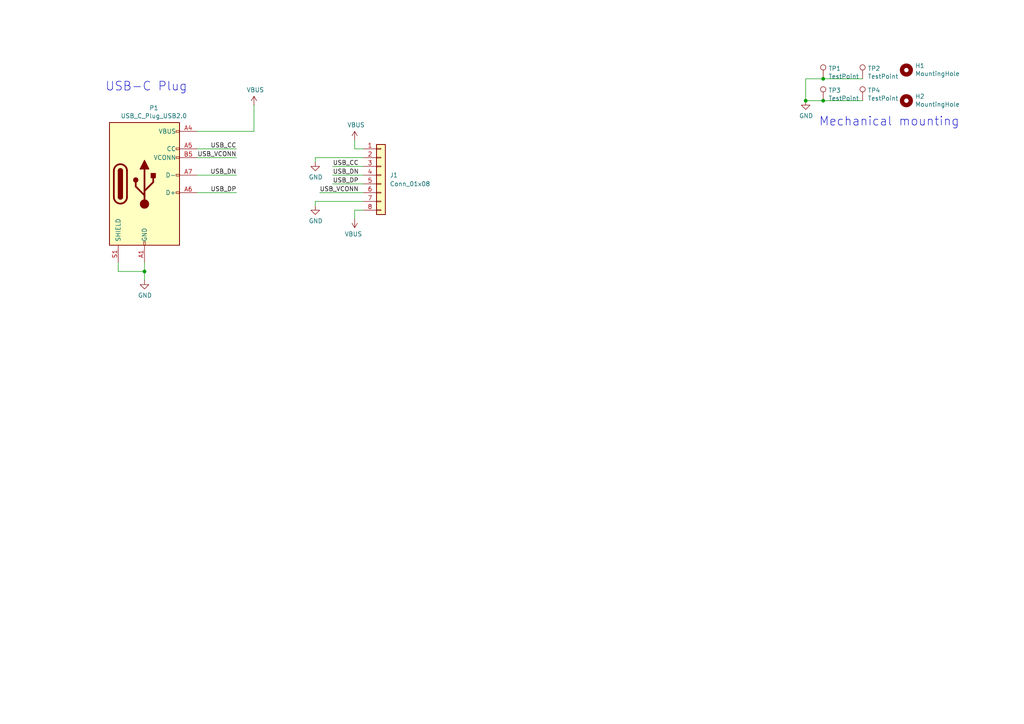
<source format=kicad_sch>
(kicad_sch (version 20250114) (generator "eeschema") (generator_version "9.0")
  (paper "A4")
  (title_block (title "Expansion Card Template") (date "2020-12-12") (rev "X1") (company "Framework") (comment 1 "This work is licensed under a Creative Commons Attribution 4.0 International License") (comment 4 "https://frame.work"))
  (lib_symbols
    (symbol "Connector:TestPoint" (pin_numbers (hide yes)) (pin_names (offset 0.762) (hide yes))
      (property "Reference" "TP" (at 0 6.858 0))
      (property "Value" "TestPoint" (at 0 5.08 0))
      (symbol "TestPoint_0_1"
        (circle (center 0 3.302) (radius 0.762))
      )
      (symbol "TestPoint_1_1"
        (pin passive line (at 0 0 90) (length 2.54) (name "1") (number "1"))
      )
    )
    (symbol "Connector:USB_C_Plug_USB2.0" (pin_names (offset 1.016))
      (property "Reference" "P" (at -10.16 19.05 0))
      (property "Value" "USB_C_Plug_USB2.0" (at 12.7 19.05 0))
      (symbol "USB_C_Plug_USB2.0_0_0"
        (rectangle (start -0.254 -17.78) (end 0.254 -16.764))
        (rectangle (start 10.16 15.494) (end 9.144 14.986))
        (rectangle (start 10.16 10.414) (end 9.144 9.906))
        (rectangle (start 10.16 7.874) (end 9.144 7.366))
        (rectangle (start 10.16 2.794) (end 9.144 2.286))
        (rectangle (start 10.16 -2.286) (end 9.144 -2.794))
      )
      (symbol "USB_C_Plug_USB2.0_0_1"
        (rectangle (start -10.16 17.78) (end 10.16 -17.78) (stroke (width 0.254)) (fill (type background)))
        (polyline (pts (xy -8.89 -3.81) (xy -8.89 3.81)) (stroke (width 0.508)))
        (rectangle (start -7.62 -3.81) (end -6.35 3.81) (stroke (width 0.254)) (fill (type outline)))
        (arc (start -7.62 3.81) (mid -6.985 4.4423) (end -6.35 3.81) (stroke (width 0.254)))
        (arc (start -7.62 3.81) (mid -6.985 4.4423) (end -6.35 3.81) (stroke (width 0.254)) (fill (type outline)))
        (arc (start -8.89 3.81) (mid -6.985 5.7067) (end -5.08 3.81) (stroke (width 0.508)))
        (arc (start -5.08 -3.81) (mid -6.985 -5.7067) (end -8.89 -3.81) (stroke (width 0.508)))
        (arc (start -6.35 -3.81) (mid -6.985 -4.4423) (end -7.62 -3.81) (stroke (width 0.254)))
        (arc (start -6.35 -3.81) (mid -6.985 -4.4423) (end -7.62 -3.81) (stroke (width 0.254)) (fill (type outline)))
        (polyline (pts (xy -5.08 3.81) (xy -5.08 -3.81)) (stroke (width 0.508)))
        (circle (center -2.54 1.143) (radius 0.635) (stroke (width 0.254)) (fill (type outline)))
        (polyline (pts (xy -1.27 4.318) (xy 0 6.858) (xy 1.27 4.318) (xy -1.27 4.318)) (stroke (width 0.254)) (fill (type outline)))
        (polyline (pts (xy 0 -2.032) (xy 2.54 0.508) (xy 2.54 1.778)) (stroke (width 0.508)))
        (polyline (pts (xy 0 -3.302) (xy -2.54 -0.762) (xy -2.54 0.508)) (stroke (width 0.508)))
        (polyline (pts (xy 0 -5.842) (xy 0 4.318)) (stroke (width 0.508)))
        (circle (center 0 -5.842) (radius 1.27) (fill (type outline)))
        (rectangle (start 1.905 1.778) (end 3.175 3.048) (stroke (width 0.254)) (fill (type outline)))
      )
      (symbol "USB_C_Plug_USB2.0_1_1"
        (pin passive line (at -7.62 -22.86 90) (length 5.08) (name "SHIELD") (number "S1"))
        (pin passive line (at 0 -22.86 90) (length 5.08) (name "GND") (number "A1"))
        (pin passive line (at 0 -22.86 90) (length 5.08) (hide yes) (name "GND") (number "A12"))
        (pin passive line (at 0 -22.86 90) (length 5.08) (hide yes) (name "GND") (number "B1"))
        (pin passive line (at 0 -22.86 90) (length 5.08) (hide yes) (name "GND") (number "B12"))
        (pin passive line (at 15.24 15.24 180) (length 5.08) (name "VBUS") (number "A4"))
        (pin passive line (at 15.24 15.24 180) (length 5.08) (hide yes) (name "VBUS") (number "A9"))
        (pin passive line (at 15.24 15.24 180) (length 5.08) (hide yes) (name "VBUS") (number "B4"))
        (pin passive line (at 15.24 15.24 180) (length 5.08) (hide yes) (name "VBUS") (number "B9"))
        (pin bidirectional line (at 15.24 10.16 180) (length 5.08) (name "CC") (number "A5"))
        (pin bidirectional line (at 15.24 7.62 180) (length 5.08) (name "VCONN") (number "B5"))
        (pin bidirectional line (at 15.24 2.54 180) (length 5.08) (name "D-") (number "A7"))
        (pin bidirectional line (at 15.24 -2.54 180) (length 5.08) (name "D+") (number "A6"))
      )
    )
    (symbol "Connector_Generic:Conn_01x08" (pin_names (offset 1.016) (hide yes))
      (property "Reference" "J" (at 0 10.16 0))
      (property "Value" "Conn_01x08" (at 0 -12.7 0))
      (symbol "Conn_01x08_1_1"
        (rectangle (start -1.27 8.89) (end 1.27 -11.43) (stroke (width 0.254)) (fill (type background)))
        (rectangle (start -1.27 7.747) (end 0 7.493) (stroke (width 0.1524)))
        (rectangle (start -1.27 5.207) (end 0 4.953) (stroke (width 0.1524)))
        (rectangle (start -1.27 2.667) (end 0 2.413) (stroke (width 0.1524)))
        (rectangle (start -1.27 0.127) (end 0 -0.127) (stroke (width 0.1524)))
        (rectangle (start -1.27 -2.413) (end 0 -2.667) (stroke (width 0.1524)))
        (rectangle (start -1.27 -4.953) (end 0 -5.207) (stroke (width 0.1524)))
        (rectangle (start -1.27 -7.493) (end 0 -7.747) (stroke (width 0.1524)))
        (rectangle (start -1.27 -10.033) (end 0 -10.287) (stroke (width 0.1524)))
        (pin passive line (at -5.08 7.62 0) (length 3.81) (name "Pin_1") (number "1"))
        (pin passive line (at -5.08 5.08 0) (length 3.81) (name "Pin_2") (number "2"))
        (pin passive line (at -5.08 2.54 0) (length 3.81) (name "Pin_3") (number "3"))
        (pin passive line (at -5.08 0 0) (length 3.81) (name "Pin_4") (number "4"))
        (pin passive line (at -5.08 -2.54 0) (length 3.81) (name "Pin_5") (number "5"))
        (pin passive line (at -5.08 -5.08 0) (length 3.81) (name "Pin_6") (number "6"))
        (pin passive line (at -5.08 -7.62 0) (length 3.81) (name "Pin_7") (number "7"))
        (pin passive line (at -5.08 -10.16 0) (length 3.81) (name "Pin_8") (number "8"))
      )
    )
    (symbol "Mechanical:MountingHole" (pin_names (offset 1.016)) (in_bom no)
      (property "Reference" "H" (at 0 5.08 0))
      (property "Value" "MountingHole" (at 0 3.175 0))
      (symbol "MountingHole_0_1"
        (circle (center 0 0) (radius 1.27) (stroke (width 1.27)))
      )
    )
    (symbol "power:GND" (power) (pin_numbers (hide yes)) (pin_names (offset 0) (hide yes))
      (property "Value" "GND" (at 0 -3.81 0))
      (symbol "GND_0_1"
        (polyline (pts (xy 0 0) (xy 0 -1.27) (xy 1.27 -1.27) (xy 0 -2.54) (xy -1.27 -1.27) (xy 0 -1.27)))
      )
      (symbol "GND_1_1"
        (pin power_in line (at 0 0 270) (length 0) (name "~") (number "1"))
      )
    )
    (symbol "power:VBUS" (power) (pin_numbers (hide yes)) (pin_names (offset 0) (hide yes))
      (property "Value" "VBUS" (at 0 3.556 0))
      (symbol "VBUS_0_1"
        (polyline (pts (xy -0.762 1.27) (xy 0 2.54)))
        (polyline (pts (xy 0 2.54) (xy 0.762 1.27)))
        (polyline (pts (xy 0 0) (xy 0 2.54)))
      )
      (symbol "VBUS_1_1"
        (pin power_in line (at 0 0 90) (length 0) (name "~") (number "1"))
      )
    )
  )
  (text "Mechanical mounting" (at 237.49 36.83 0) (effects (font (size 2.54 2.54)) (justify left bottom)))
  (text "USB-C Plug" (at 30.48 26.67 0) (effects (font (size 2.54 2.54)) (justify left bottom)))
  (junction (at 233.68 29.21))
  (junction (at 41.91 78.74))
  (junction (at 238.76 22.86))
  (junction (at 238.76 29.21))
  (wire (pts (xy 102.87 60.96) (xy 102.87 63.5)))
  (wire (pts (xy 57.15 55.88) (xy 68.58 55.88)))
  (wire (pts (xy 96.52 53.34) (xy 105.41 53.34)))
  (wire (pts (xy 105.41 60.96) (xy 102.87 60.96)))
  (wire (pts (xy 34.29 78.74) (xy 41.91 78.74)))
  (wire (pts (xy 91.44 58.42) (xy 91.44 59.69)))
  (wire (pts (xy 34.29 76.2) (xy 34.29 78.74)))
  (wire (pts (xy 41.91 81.28) (xy 41.91 78.74)))
  (wire (pts (xy 96.52 48.26) (xy 105.41 48.26)))
  (wire (pts (xy 57.15 38.1) (xy 73.66 38.1)))
  (wire (pts (xy 57.15 43.18) (xy 68.58 43.18)))
  (wire (pts (xy 233.68 22.86) (xy 233.68 29.21)))
  (wire (pts (xy 92.71 55.88) (xy 105.41 55.88)))
  (wire (pts (xy 57.15 45.72) (xy 68.58 45.72)))
  (wire (pts (xy 57.15 50.8) (xy 68.58 50.8)))
  (wire (pts (xy 91.44 46.99) (xy 91.44 45.72)))
  (wire (pts (xy 250.19 29.21) (xy 238.76 29.21)))
  (wire (pts (xy 250.19 22.86) (xy 238.76 22.86)))
  (wire (pts (xy 96.52 50.8) (xy 105.41 50.8)))
  (wire (pts (xy 238.76 29.21) (xy 233.68 29.21)))
  (wire (pts (xy 102.87 43.18) (xy 102.87 40.64)))
  (wire (pts (xy 91.44 45.72) (xy 105.41 45.72)))
  (wire (pts (xy 105.41 43.18) (xy 102.87 43.18)))
  (wire (pts (xy 238.76 22.86) (xy 233.68 22.86)))
  (wire (pts (xy 105.41 58.42) (xy 91.44 58.42)))
  (wire (pts (xy 73.66 38.1) (xy 73.66 30.48)))
  (wire (pts (xy 41.91 78.74) (xy 41.91 76.2)))
  (label "USB_DN" (at 68.58 50.8 180))
  (label "USB_DP" (at 68.58 55.88 180))
  (label "USB_VCONN" (at 68.58 45.72 180))
  (label "USB_CC" (at 68.58 43.18 180))
  (label "USB_CC" (at 96.52 48.26 0))
  (label "USB_DN" (at 96.52 50.8 0))
  (label "USB_VCONN" (at 92.71 55.88 0))
  (label "USB_DP" (at 96.52 53.34 0))
  (symbol (lib_id "Connector:USB_C_Plug_USB2.0") (at 41.91 53.34 0) (unit 1)
    (property "Reference" "P1" (at 44.6278 31.3182 0))
    (property "Value" "USB_C_Plug_USB2.0" (at 44.6278 33.6296 0))
    (property "Footprint" "Expansion_Card:USB_C_Plug_Molex_105444" (effects (hide yes)))
    (property "Datasheet" "https://www.usb.org/sites/default/files/documents/usb_type-c.zip" (effects (hide yes)))
  )
  (symbol (lib_id "power:GND") (at 41.91 81.28 0) (unit 1)
    (property "Reference" "#PWR01" (effects (hide yes)))
    (property "Value" "GND" (at 42.037 85.6742 0))
  )
  (symbol (lib_id "power:VBUS") (at 73.66 30.48 0) (unit 1)
    (property "Reference" "#PWR02" (effects (hide yes)))
    (property "Value" "VBUS" (at 74.041 26.0858 0))
  )
  (symbol (lib_id "Mechanical:MountingHole") (at 262.89 20.32 0) (unit 1)
    (property "Reference" "H1" (at 265.43 19.0754 0) (effects (justify left)))
    (property "Value" "MountingHole" (at 265.43 21.3868 0) (effects (justify left)))
    (property "Footprint" "MountingHole:MountingHole_2.2mm_M2" (effects (hide yes)))
  )
  (symbol (lib_id "Mechanical:MountingHole") (at 262.89 29.21 0) (unit 1)
    (property "Reference" "H2" (at 265.43 27.9654 0) (effects (justify left)))
    (property "Value" "MountingHole" (at 265.43 30.2768 0) (effects (justify left)))
    (property "Footprint" "MountingHole:MountingHole_2.2mm_M2" (effects (hide yes)))
  )
  (symbol (lib_id "Connector:TestPoint") (at 250.19 22.86 0) (unit 1)
    (property "Reference" "TP2" (at 251.6632 19.8628 0) (effects (justify left)))
    (property "Value" "TestPoint" (at 251.6632 22.1742 0) (effects (justify left)))
    (property "Footprint" "TestPoint:TestPoint_Pad_1.5x1.5mm" (effects (hide yes)))
  )
  (symbol (lib_id "Connector:TestPoint") (at 238.76 22.86 0) (unit 1)
    (property "Reference" "TP1" (at 240.2332 19.8628 0) (effects (justify left)))
    (property "Value" "TestPoint" (at 240.2332 22.1742 0) (effects (justify left)))
    (property "Footprint" "TestPoint:TestPoint_Pad_1.5x1.5mm" (effects (hide yes)))
  )
  (symbol (lib_id "Connector:TestPoint") (at 238.76 29.21 0) (unit 1)
    (property "Reference" "TP3" (at 240.2332 26.2128 0) (effects (justify left)))
    (property "Value" "TestPoint" (at 240.2332 28.5242 0) (effects (justify left)))
    (property "Footprint" "TestPoint:TestPoint_Pad_1.5x1.5mm" (effects (hide yes)))
  )
  (symbol (lib_id "Connector:TestPoint") (at 250.19 29.21 0) (unit 1)
    (property "Reference" "TP4" (at 251.6632 26.2128 0) (effects (justify left)))
    (property "Value" "TestPoint" (at 251.6632 28.5242 0) (effects (justify left)))
    (property "Footprint" "TestPoint:TestPoint_Pad_1.5x1.5mm" (effects (hide yes)))
  )
  (symbol (lib_id "power:GND") (at 233.68 29.21 0) (unit 1)
    (property "Reference" "#PWR0101" (effects (hide yes)))
    (property "Value" "GND" (at 233.807 33.6042 0))
  )
  (symbol (lib_id "power:GND") (at 91.44 46.99 0) (unit 1)
    (property "Reference" "#PWR07" (effects (hide yes)))
    (property "Value" "GND" (at 91.567 51.3842 0))
  )
  (symbol (lib_id "power:VBUS") (at 102.87 63.5 180) (unit 1)
    (property "Reference" "#PWR05" (effects (hide yes)))
    (property "Value" "VBUS" (at 102.489 67.8942 0))
  )
  (symbol (lib_id "power:GND") (at 91.44 59.69 0) (unit 1)
    (property "Reference" "#PWR06" (effects (hide yes)))
    (property "Value" "GND" (at 91.567 64.0842 0))
  )
  (symbol (lib_id "Connector_Generic:Conn_01x08") (at 110.49 50.8 0) (unit 1)
    (property "Reference" "J1" (at 113.03 50.7999 0) (effects (justify left)))
    (property "Value" "Conn_01x08" (at 113.03 53.3399 0) (effects (justify left)))
    (property "Description" "Generic connector, single row, 01x08, script generated (kicad-library-utils/schlib/autogen/connector/)" (effects (hide yes)))
  )
  (symbol (lib_id "power:VBUS") (at 102.87 40.64 0) (unit 1)
    (property "Reference" "#PWR04" (effects (hide yes)))
    (property "Value" "VBUS" (at 103.251 36.2458 0))
  )
)
</source>
